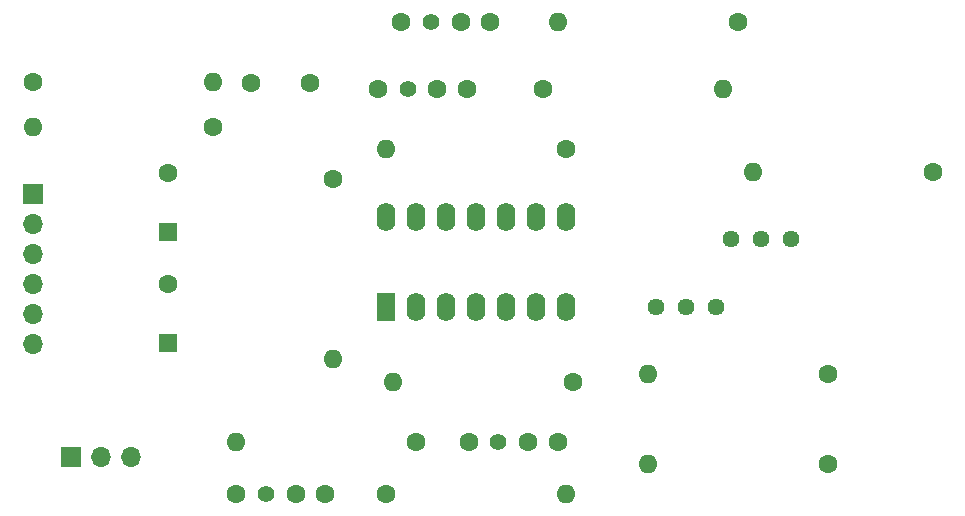
<source format=gbr>
G04 #@! TF.GenerationSoftware,KiCad,Pcbnew,(5.1.6)-1*
G04 #@! TF.CreationDate,2023-11-29T14:37:38+01:00*
G04 #@! TF.ProjectId,AetS_Spectrum_1way,41657453-5f53-4706-9563-7472756d5f31,rev?*
G04 #@! TF.SameCoordinates,Original*
G04 #@! TF.FileFunction,Soldermask,Bot*
G04 #@! TF.FilePolarity,Negative*
%FSLAX46Y46*%
G04 Gerber Fmt 4.6, Leading zero omitted, Abs format (unit mm)*
G04 Created by KiCad (PCBNEW (5.1.6)-1) date 2023-11-29 14:37:38*
%MOMM*%
%LPD*%
G01*
G04 APERTURE LIST*
%ADD10R,1.700000X1.700000*%
%ADD11O,1.700000X1.700000*%
%ADD12C,1.400000*%
%ADD13C,1.600000*%
%ADD14R,1.600000X1.600000*%
%ADD15O,1.600000X1.600000*%
%ADD16C,1.440000*%
%ADD17R,1.600000X2.400000*%
%ADD18O,1.600000X2.400000*%
G04 APERTURE END LIST*
D10*
X165100000Y-73660000D03*
D11*
X167640000Y-73660000D03*
X170180000Y-73660000D03*
D12*
X181610000Y-76835000D03*
X179110000Y-76835000D03*
D13*
X184150000Y-76835000D03*
X179150000Y-76835000D03*
X173355000Y-59055000D03*
D14*
X173355000Y-64055000D03*
D12*
X201255000Y-72390000D03*
X198755000Y-72390000D03*
D13*
X198835000Y-72390000D03*
X203835000Y-72390000D03*
D14*
X173355000Y-54610000D03*
D13*
X173355000Y-49610000D03*
D12*
X195580000Y-36830000D03*
X193080000Y-36830000D03*
D13*
X198120000Y-36830000D03*
X193120000Y-36830000D03*
D12*
X193635000Y-42545000D03*
X191135000Y-42545000D03*
D13*
X191135000Y-42545000D03*
X196135000Y-42545000D03*
X180340000Y-41990000D03*
X185340000Y-41990000D03*
X179150000Y-76835000D03*
X186650000Y-76835000D03*
X206375000Y-72390000D03*
X198875000Y-72390000D03*
X193080000Y-36830000D03*
X200580000Y-36830000D03*
X198635000Y-42545000D03*
X191135000Y-42545000D03*
D10*
X161925000Y-51435000D03*
D11*
X161925000Y-53975000D03*
X161925000Y-56515000D03*
X161925000Y-59055000D03*
X161925000Y-61595000D03*
X161925000Y-64135000D03*
D13*
X191770000Y-76835000D03*
D15*
X207010000Y-76835000D03*
D13*
X229235000Y-74295000D03*
D15*
X213995000Y-74295000D03*
D13*
X207645000Y-67310000D03*
D15*
X192405000Y-67310000D03*
X179070000Y-72390000D03*
D13*
X194310000Y-72390000D03*
D15*
X213995000Y-66675000D03*
D13*
X229235000Y-66675000D03*
D15*
X187325000Y-65405000D03*
D13*
X187325000Y-50165000D03*
D15*
X206375000Y-36830000D03*
D13*
X221615000Y-36830000D03*
X205105000Y-42545000D03*
D15*
X220345000Y-42545000D03*
D13*
X207010000Y-47625000D03*
D15*
X191770000Y-47625000D03*
X222885000Y-49530000D03*
D13*
X238125000Y-49530000D03*
D15*
X161925000Y-45720000D03*
D13*
X177165000Y-45720000D03*
X161925000Y-41910000D03*
D15*
X177165000Y-41910000D03*
D16*
X219710000Y-60960000D03*
X217170000Y-60960000D03*
X214630000Y-60960000D03*
X220980000Y-55245000D03*
X223520000Y-55245000D03*
X226060000Y-55245000D03*
D17*
X191770000Y-60960000D03*
D18*
X207010000Y-53340000D03*
X194310000Y-60960000D03*
X204470000Y-53340000D03*
X196850000Y-60960000D03*
X201930000Y-53340000D03*
X199390000Y-60960000D03*
X199390000Y-53340000D03*
X201930000Y-60960000D03*
X196850000Y-53340000D03*
X204470000Y-60960000D03*
X194310000Y-53340000D03*
X207010000Y-60960000D03*
X191770000Y-53340000D03*
M02*

</source>
